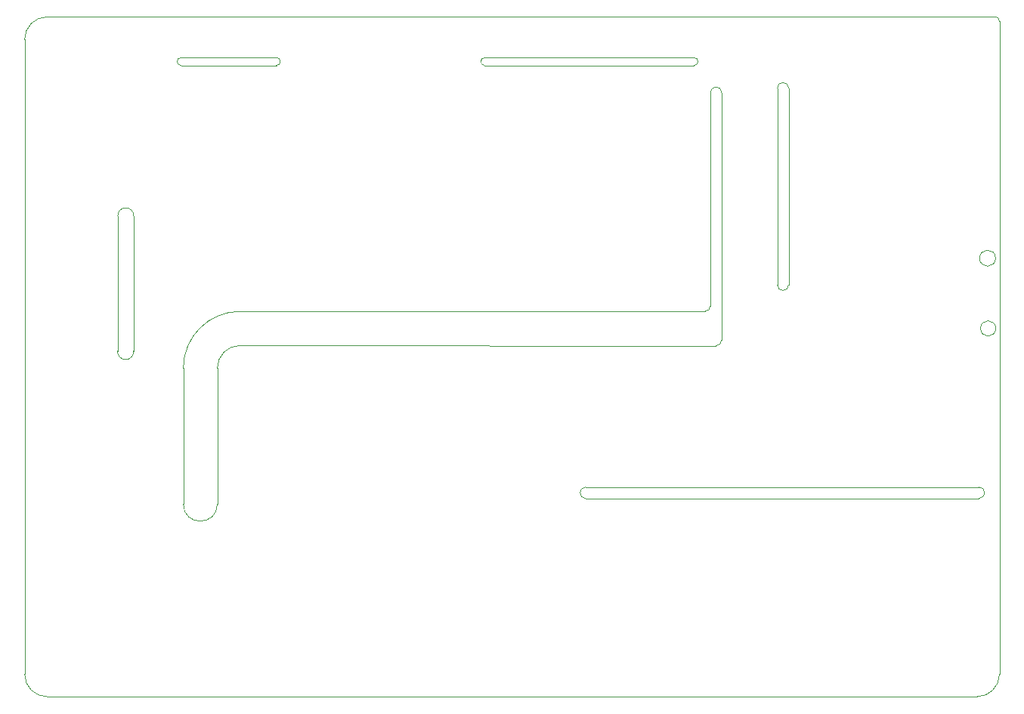
<source format=gbr>
G04 #@! TF.GenerationSoftware,KiCad,Pcbnew,(5.1.6)-1*
G04 #@! TF.CreationDate,2021-10-23T11:58:58+02:00*
G04 #@! TF.ProjectId,hamodule,68616d6f-6475-46c6-952e-6b696361645f,rev?*
G04 #@! TF.SameCoordinates,Original*
G04 #@! TF.FileFunction,Profile,NP*
%FSLAX46Y46*%
G04 Gerber Fmt 4.6, Leading zero omitted, Abs format (unit mm)*
G04 Created by KiCad (PCBNEW (5.1.6)-1) date 2021-10-23 11:58:58*
%MOMM*%
%LPD*%
G01*
G04 APERTURE LIST*
G04 #@! TA.AperFunction,Profile*
%ADD10C,0.050000*%
G04 #@! TD*
G04 #@! TA.AperFunction,Profile*
%ADD11C,0.100000*%
G04 #@! TD*
G04 APERTURE END LIST*
D10*
X207708500Y-67373500D02*
G75*
G02*
X208216500Y-67881500I0J-508000D01*
G01*
X208216500Y-141033500D02*
G75*
G02*
X205676500Y-143573500I-2540000J0D01*
G01*
X101536500Y-143573500D02*
G75*
G02*
X98996500Y-141033500I0J2540000D01*
G01*
X98996500Y-69913500D02*
G75*
G02*
X101536500Y-67373500I2540000J0D01*
G01*
X207800805Y-102298500D02*
G75*
G03*
X207800805Y-102298500I-854305J0D01*
G01*
X207781026Y-94424500D02*
G75*
G03*
X207781026Y-94424500I-898026J0D01*
G01*
X184594500Y-97409000D02*
G75*
G02*
X183324500Y-97409000I-635000J0D01*
G01*
X183324500Y-75374500D02*
G75*
G02*
X184594500Y-75374500I635000J0D01*
G01*
D11*
X183324500Y-97409000D02*
X183324500Y-75374500D01*
X184594500Y-97409000D02*
X184594500Y-75374500D01*
D10*
X177101500Y-103568500D02*
G75*
G02*
X176403000Y-104267000I-698500J0D01*
G01*
X175831500Y-75882500D02*
G75*
G02*
X177101500Y-75882500I635000J0D01*
G01*
D11*
X177101500Y-103568500D02*
X177101500Y-75882500D01*
X175831500Y-99758500D02*
X175831500Y-75882500D01*
D10*
X175831500Y-99758500D02*
G75*
G02*
X175196500Y-100393500I-635000J0D01*
G01*
X116522500Y-72834500D02*
G75*
G02*
X116522500Y-71945500I0J444500D01*
G01*
X127190500Y-71945500D02*
G75*
G02*
X127190500Y-72834500I0J-444500D01*
G01*
X173990000Y-71945500D02*
G75*
G02*
X173990000Y-72834500I0J-444500D01*
G01*
X150503367Y-72831068D02*
G75*
G02*
X150558500Y-71945500I55133J441068D01*
G01*
X205916500Y-120078500D02*
G75*
G02*
X205916500Y-121348500I0J-635000D01*
G01*
X161861500Y-121348500D02*
G75*
G02*
X161861500Y-120078500I0J635000D01*
G01*
D11*
X161861500Y-120078500D02*
X205916500Y-120078500D01*
X205916500Y-121348500D02*
X161861500Y-121348500D01*
D10*
X120586500Y-121983500D02*
G75*
G02*
X116776500Y-121983500I-1905000J0D01*
G01*
X116776500Y-106743500D02*
G75*
G02*
X123126500Y-100393500I6350000J0D01*
G01*
X120586500Y-106743500D02*
G75*
G02*
X123126500Y-104203500I2540000J0D01*
G01*
X123126500Y-100393500D02*
X128206500Y-100393500D01*
X116776500Y-121983500D02*
X116776500Y-106743500D01*
X120586500Y-106743500D02*
X120586500Y-121983500D01*
X126033345Y-104203500D02*
X123126500Y-104203500D01*
X111206500Y-104838500D02*
G75*
G02*
X109406500Y-104838500I-900000J-50000D01*
G01*
X109426500Y-89728500D02*
G75*
G02*
X111226500Y-89728500I900000J50000D01*
G01*
X111206500Y-104838500D02*
X111226500Y-89728500D01*
X109426500Y-89728500D02*
X109406500Y-104838500D01*
D11*
X116522500Y-71945500D02*
X127190500Y-71945500D01*
X127190500Y-72834500D02*
X116522500Y-72834500D01*
X150558500Y-71945500D02*
X173990000Y-71945500D01*
X173990000Y-72834500D02*
X150503367Y-72831068D01*
X128206500Y-100393500D02*
X175196500Y-100393500D01*
X176403000Y-104267000D02*
X126033345Y-104203500D01*
D10*
X98996500Y-141033500D02*
X98996500Y-69913500D01*
X207708500Y-67373500D02*
X101536500Y-67373500D01*
X205676500Y-143573500D02*
X101536500Y-143573500D01*
X208216500Y-141033500D02*
X208216500Y-67881500D01*
M02*

</source>
